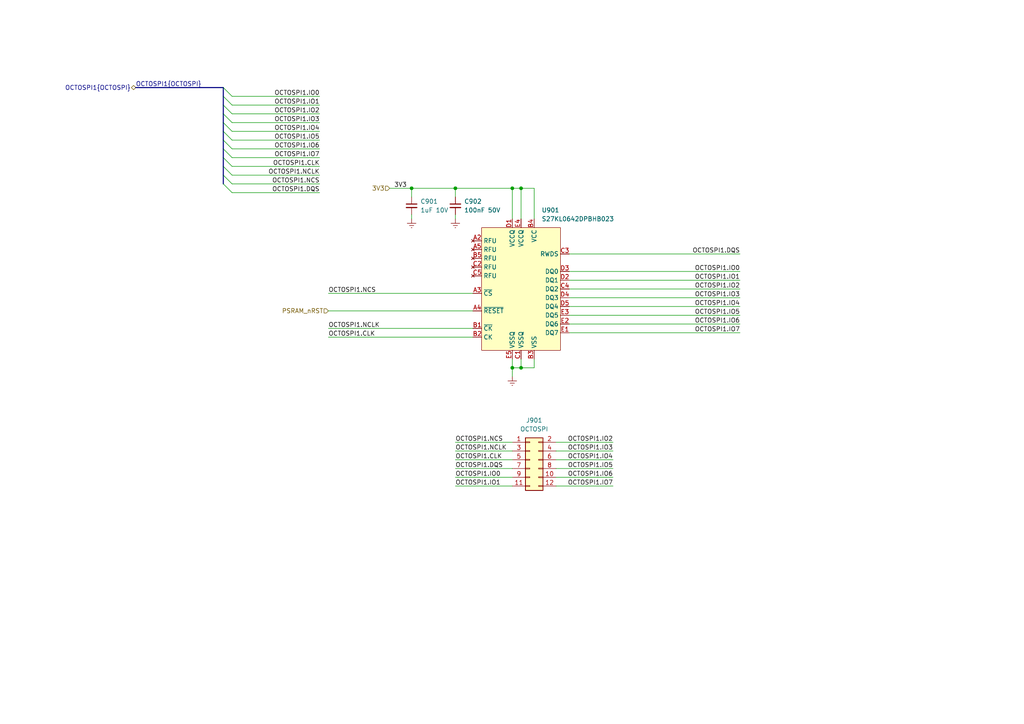
<source format=kicad_sch>
(kicad_sch (version 20250114) (generator "eeschema") (generator_version "9.0")
  (paper "A4")
  (lib_symbols
    (symbol "BR_Capacitors_0402:C_0402_100nF_50V_X7R_10%_AEC-Q200" (pin_numbers (hide yes)) (pin_names (offset 0.254) (hide yes))
      (property "Reference" "C" (at 1.016 1.778 0))
      (property "Value" "100nF 50V" (at 1.016 -1.778 0))
      (symbol "C_0402_100nF_50V_X7R_10%_AEC-Q200_0_1"
        (polyline (pts (xy -1.524 0.508) (xy 1.524 0.508)) (stroke (width 0.3048)))
        (polyline (pts (xy -1.524 -0.508) (xy 1.524 -0.508)) (stroke (width 0.3302)))
      )
      (symbol "C_0402_100nF_50V_X7R_10%_AEC-Q200_1_1"
        (pin passive line (at 0 2.54 270) (length 2.032) (name "~") (number "1"))
        (pin passive line (at 0 -2.54 90) (length 2.032) (name "~") (number "2"))
      )
    )
    (symbol "BR_Capacitors_0402:C_0402_1uF_10V_X7R_10%" (pin_numbers (hide yes)) (pin_names (offset 0.254) (hide yes))
      (property "Reference" "C" (at 1.016 1.778 0))
      (property "Value" "1uF 10V" (at 1.016 -1.778 0))
      (symbol "C_0402_1uF_10V_X7R_10%_0_1"
        (polyline (pts (xy -1.524 0.508) (xy 1.524 0.508)) (stroke (width 0.3048)))
        (polyline (pts (xy -1.524 -0.508) (xy 1.524 -0.508)) (stroke (width 0.3302)))
      )
      (symbol "C_0402_1uF_10V_X7R_10%_1_1"
        (pin passive line (at 0 2.54 270) (length 2.032) (name "~") (number "1"))
        (pin passive line (at 0 -2.54 90) (length 2.032) (name "~") (number "2"))
      )
    )
    (symbol "BR_Connectors_Header:Header_Pin_02x06_2.54mm_Vert_SMD" (pin_names (hide yes))
      (property "Reference" "J" (at 2.54 1.524 0))
      (property "Value" "LABEL" (at 2.54 -16.51 0))
      (symbol "Header_Pin_02x06_2.54mm_Vert_SMD_1_1"
        (rectangle (start 0 0) (end 5.08 -15.24) (stroke (width 0.254)) (fill (type background)))
        (rectangle (start 0 -1.143) (end 1.27 -1.397) (stroke (width 0.1524)))
        (rectangle (start 0 -3.683) (end 1.27 -3.937) (stroke (width 0.1524)))
        (rectangle (start 0 -6.223) (end 1.27 -6.477) (stroke (width 0.1524)))
        (rectangle (start 0 -8.763) (end 1.27 -9.017) (stroke (width 0.1524)))
        (rectangle (start 0 -11.303) (end 1.27 -11.557) (stroke (width 0.1524)))
        (rectangle (start 0 -13.843) (end 1.27 -14.097) (stroke (width 0.1524)))
        (rectangle (start 5.08 -1.143) (end 3.81 -1.397) (stroke (width 0.1524)))
        (rectangle (start 5.08 -3.683) (end 3.81 -3.937) (stroke (width 0.1524)))
        (rectangle (start 5.08 -6.223) (end 3.81 -6.477) (stroke (width 0.1524)))
        (rectangle (start 5.08 -8.763) (end 3.81 -9.017) (stroke (width 0.1524)))
        (rectangle (start 5.08 -11.303) (end 3.81 -11.557) (stroke (width 0.1524)))
        (rectangle (start 5.08 -14.097) (end 3.81 -13.843) (stroke (width 0.1524)))
        (pin passive line (at -3.81 -1.27 0) (length 3.81) (name "Pin_1") (number "1"))
        (pin passive line (at -3.81 -3.81 0) (length 3.81) (name "Pin_3") (number "3"))
        (pin passive line (at -3.81 -6.35 0) (length 3.81) (name "Pin_5") (number "5"))
        (pin passive line (at -3.81 -8.89 0) (length 3.81) (name "Pin_7") (number "7"))
        (pin passive line (at -3.81 -11.43 0) (length 3.81) (name "Pin_9") (number "9"))
        (pin passive line (at -3.81 -13.97 0) (length 3.81) (name "Pin_9") (number "11"))
        (pin passive line (at 8.89 -1.27 180) (length 3.81) (name "Pin_2") (number "2"))
        (pin passive line (at 8.89 -3.81 180) (length 3.81) (name "Pin_4") (number "4"))
        (pin passive line (at 8.89 -6.35 180) (length 3.81) (name "Pin_6") (number "6"))
        (pin passive line (at 8.89 -8.89 180) (length 3.81) (name "Pin_8") (number "8"))
        (pin passive line (at 8.89 -11.43 180) (length 3.81) (name "Pin_10") (number "10"))
        (pin passive line (at 8.89 -13.97 180) (length 3.81) (name "Pin_9") (number "12"))
      )
    )
    (symbol "BR_IC:S27KL0642DPBHB023"
      (property "Reference" "U" (at 6.604 19.05 0))
      (property "Value" "S27KL0642DPBHB023" (at 2.794 -19.304 0))
      (symbol "S27KL0642DPBHB023_0_1"
        (rectangle (start -11.43 17.78) (end 11.43 -17.78) (fill (type background)))
      )
      (symbol "S27KL0642DPBHB023_1_1"
        (pin no_connect line (at -13.97 13.97 0) (length 2.54) (name "RFU") (number "A2"))
        (pin no_connect line (at -13.97 11.43 0) (length 2.54) (name "RFU") (number "A5"))
        (pin no_connect line (at -13.97 8.89 0) (length 2.54) (name "RFU") (number "B5"))
        (pin no_connect line (at -13.97 6.35 0) (length 2.54) (name "RFU") (number "C2"))
        (pin no_connect line (at -13.97 3.81 0) (length 2.54) (name "RFU") (number "C5"))
        (pin input line (at -13.97 -1.27 0) (length 2.54) (name "~{CS}") (number "A3"))
        (pin input line (at -13.97 -6.35 0) (length 2.54) (name "~{RESET}") (number "A4"))
        (pin input line (at -13.97 -11.43 0) (length 2.54) (name "~{CK}") (number "B1"))
        (pin input line (at -13.97 -13.97 0) (length 2.54) (name "CK") (number "B2"))
        (pin power_in line (at -2.54 20.32 270) (length 2.54) (name "VCCQ") (number "D1"))
        (pin power_in line (at -2.54 -20.32 90) (length 2.54) (name "VSSQ") (number "E5"))
        (pin power_in line (at 0 20.32 270) (length 2.54) (name "VCCQ") (number "E4"))
        (pin power_in line (at 0 -20.32 90) (length 2.54) (name "VSSQ") (number "C1"))
        (pin power_in line (at 3.81 20.32 270) (length 2.54) (name "VCC") (number "B4"))
        (pin power_in line (at 3.81 -20.32 90) (length 2.54) (name "VSS") (number "B3"))
        (pin bidirectional line (at 13.97 10.16 180) (length 2.54) (name "RWDS") (number "C3"))
        (pin bidirectional line (at 13.97 5.08 180) (length 2.54) (name "DQ0") (number "D3"))
        (pin bidirectional line (at 13.97 2.54 180) (length 2.54) (name "DQ1") (number "D2"))
        (pin bidirectional line (at 13.97 0 180) (length 2.54) (name "DQ2") (number "C4"))
        (pin bidirectional line (at 13.97 -2.54 180) (length 2.54) (name "DQ3") (number "D4"))
        (pin bidirectional line (at 13.97 -5.08 180) (length 2.54) (name "DQ4") (number "D5"))
        (pin bidirectional line (at 13.97 -7.62 180) (length 2.54) (name "DQ5") (number "E3"))
        (pin bidirectional line (at 13.97 -10.16 180) (length 2.54) (name "DQ6") (number "E2"))
        (pin bidirectional line (at 13.97 -12.7 180) (length 2.54) (name "DQ7") (number "E1"))
      )
    )
    (symbol "BR_Virtual_Parts:GND" (power) (pin_numbers (hide yes)) (pin_names (offset 0) (hide yes))
      (property "Value" "GND" (at 0 -3.556 0))
      (symbol "GND_0_1"
        (polyline (pts (xy -0.635 -1.905) (xy 0.635 -1.905)))
        (polyline (pts (xy -0.127 -2.54) (xy 0.127 -2.54)))
        (polyline (pts (xy 0 -1.27) (xy 0 0)))
        (polyline (pts (xy 1.27 -1.27) (xy -1.27 -1.27)))
      )
      (symbol "GND_1_1"
        (pin power_in line (at 0 0 270) (length 0) (hide yes) (name "GNDREF") (number "1"))
      )
    )
  )
  (junction (at 148.59 54.61))
  (junction (at 148.59 106.68))
  (junction (at 132.08 54.61))
  (junction (at 151.13 54.61))
  (junction (at 119.38 54.61))
  (junction (at 151.13 106.68))
  (bus_entry (at 67.31 33.02) (size -2.54 -2.54))
  (bus_entry (at 67.31 40.64) (size -2.54 -2.54))
  (bus_entry (at 67.31 45.72) (size -2.54 -2.54))
  (bus_entry (at 67.31 38.1) (size -2.54 -2.54))
  (bus_entry (at 67.31 55.88) (size -2.54 -2.54))
  (bus_entry (at 67.31 53.34) (size -2.54 -2.54))
  (bus_entry (at 67.31 43.18) (size -2.54 -2.54))
  (bus_entry (at 67.31 35.56) (size -2.54 -2.54))
  (bus_entry (at 67.31 48.26) (size -2.54 -2.54))
  (bus_entry (at 67.31 27.94) (size -2.54 -2.54))
  (bus_entry (at 67.31 30.48) (size -2.54 -2.54))
  (bus_entry (at 67.31 50.8) (size -2.54 -2.54))
  (wire (pts (xy 132.08 130.81) (xy 148.59 130.81)))
  (wire (pts (xy 148.59 106.68) (xy 151.13 106.68)))
  (wire (pts (xy 95.25 85.09) (xy 137.16 85.09)))
  (wire (pts (xy 148.59 109.22) (xy 148.59 106.68)))
  (wire (pts (xy 67.31 45.72) (xy 92.71 45.72)))
  (wire (pts (xy 67.31 48.26) (xy 92.71 48.26)))
  (wire (pts (xy 67.31 27.94) (xy 92.71 27.94)))
  (wire (pts (xy 67.31 40.64) (xy 92.71 40.64)))
  (bus (pts (xy 64.77 48.26) (xy 64.77 50.8)))
  (wire (pts (xy 161.29 128.27) (xy 177.8 128.27)))
  (bus (pts (xy 64.77 40.64) (xy 64.77 43.18)))
  (bus (pts (xy 64.77 45.72) (xy 64.77 48.26)))
  (wire (pts (xy 161.29 135.89) (xy 177.8 135.89)))
  (wire (pts (xy 151.13 54.61) (xy 151.13 63.5)))
  (wire (pts (xy 148.59 106.68) (xy 148.59 104.14)))
  (bus (pts (xy 64.77 27.94) (xy 64.77 30.48)))
  (wire (pts (xy 67.31 43.18) (xy 92.71 43.18)))
  (wire (pts (xy 67.31 50.8) (xy 92.71 50.8)))
  (wire (pts (xy 119.38 62.23) (xy 119.38 63.5)))
  (bus (pts (xy 64.77 35.56) (xy 64.77 38.1)))
  (wire (pts (xy 132.08 128.27) (xy 148.59 128.27)))
  (wire (pts (xy 154.94 106.68) (xy 154.94 104.14)))
  (wire (pts (xy 151.13 106.68) (xy 154.94 106.68)))
  (bus (pts (xy 64.77 38.1) (xy 64.77 40.64)))
  (wire (pts (xy 132.08 133.35) (xy 148.59 133.35)))
  (wire (pts (xy 132.08 54.61) (xy 132.08 57.15)))
  (wire (pts (xy 165.1 86.36) (xy 214.63 86.36)))
  (wire (pts (xy 165.1 93.98) (xy 214.63 93.98)))
  (wire (pts (xy 67.31 35.56) (xy 92.71 35.56)))
  (wire (pts (xy 151.13 106.68) (xy 151.13 104.14)))
  (wire (pts (xy 154.94 63.5) (xy 154.94 54.61)))
  (wire (pts (xy 67.31 55.88) (xy 92.71 55.88)))
  (wire (pts (xy 113.03 54.61) (xy 119.38 54.61)))
  (wire (pts (xy 161.29 133.35) (xy 177.8 133.35)))
  (wire (pts (xy 165.1 91.44) (xy 214.63 91.44)))
  (wire (pts (xy 151.13 54.61) (xy 154.94 54.61)))
  (wire (pts (xy 95.25 90.17) (xy 137.16 90.17)))
  (wire (pts (xy 67.31 33.02) (xy 92.71 33.02)))
  (bus (pts (xy 64.77 33.02) (xy 64.77 35.56)))
  (wire (pts (xy 119.38 54.61) (xy 119.38 57.15)))
  (wire (pts (xy 67.31 53.34) (xy 92.71 53.34)))
  (wire (pts (xy 132.08 140.97) (xy 148.59 140.97)))
  (wire (pts (xy 165.1 78.74) (xy 214.63 78.74)))
  (wire (pts (xy 148.59 54.61) (xy 148.59 63.5)))
  (wire (pts (xy 119.38 54.61) (xy 132.08 54.61)))
  (bus (pts (xy 64.77 25.4) (xy 64.77 27.94)))
  (bus (pts (xy 64.77 25.4) (xy 39.37 25.4)))
  (wire (pts (xy 165.1 96.52) (xy 214.63 96.52)))
  (wire (pts (xy 95.25 95.25) (xy 137.16 95.25)))
  (wire (pts (xy 132.08 138.43) (xy 148.59 138.43)))
  (wire (pts (xy 132.08 62.23) (xy 132.08 63.5)))
  (wire (pts (xy 67.31 38.1) (xy 92.71 38.1)))
  (wire (pts (xy 165.1 83.82) (xy 214.63 83.82)))
  (wire (pts (xy 165.1 81.28) (xy 214.63 81.28)))
  (bus (pts (xy 64.77 50.8) (xy 64.77 53.34)))
  (wire (pts (xy 165.1 73.66) (xy 214.63 73.66)))
  (bus (pts (xy 64.77 43.18) (xy 64.77 45.72)))
  (wire (pts (xy 132.08 54.61) (xy 148.59 54.61)))
  (bus (pts (xy 64.77 30.48) (xy 64.77 33.02)))
  (wire (pts (xy 132.08 135.89) (xy 148.59 135.89)))
  (wire (pts (xy 161.29 130.81) (xy 177.8 130.81)))
  (wire (pts (xy 67.31 30.48) (xy 92.71 30.48)))
  (wire (pts (xy 161.29 138.43) (xy 177.8 138.43)))
  (wire (pts (xy 148.59 54.61) (xy 151.13 54.61)))
  (wire (pts (xy 165.1 88.9) (xy 214.63 88.9)))
  (wire (pts (xy 95.25 97.79) (xy 137.16 97.79)))
  (wire (pts (xy 161.29 140.97) (xy 177.8 140.97)))
  (label "OCTOSPI1.CLK" (at 132.08 133.35 0))
  (label "OCTOSPI1.IO5" (at 177.8 135.89 180))
  (label "OCTOSPI1.DQS" (at 132.08 135.89 0))
  (label "OCTOSPI1.IO2" (at 92.71 33.02 180))
  (label "OCTOSPI1{OCTOSPI}" (at 39.37 25.4 0))
  (label "OCTOSPI1.IO7" (at 214.63 96.52 180))
  (label "OCTOSPI1.IO2" (at 214.63 83.82 180))
  (label "OCTOSPI1.NCLK" (at 132.08 130.81 0))
  (label "OCTOSPI1.IO3" (at 214.63 86.36 180))
  (label "OCTOSPI1.IO6" (at 214.63 93.98 180))
  (label "3V3" (at 114.3 54.61 0))
  (label "OCTOSPI1.CLK" (at 92.71 48.26 180))
  (label "OCTOSPI1.NCLK" (at 92.71 50.8 180))
  (label "OCTOSPI1.IO5" (at 214.63 91.44 180))
  (label "OCTOSPI1.IO3" (at 92.71 35.56 180))
  (label "OCTOSPI1.IO6" (at 92.71 43.18 180))
  (label "OCTOSPI1.IO4" (at 92.71 38.1 180))
  (label "OCTOSPI1.CLK" (at 95.25 97.79 0))
  (label "OCTOSPI1.IO5" (at 92.71 40.64 180))
  (label "OCTOSPI1.NCS" (at 132.08 128.27 0))
  (label "OCTOSPI1.DQS" (at 214.63 73.66 180))
  (label "OCTOSPI1.IO1" (at 214.63 81.28 180))
  (label "OCTOSPI1.IO6" (at 177.8 138.43 180))
  (label "OCTOSPI1.NCLK" (at 95.25 95.25 0))
  (label "OCTOSPI1.IO1" (at 132.08 140.97 0))
  (label "OCTOSPI1.IO4" (at 177.8 133.35 180))
  (label "OCTOSPI1.IO7" (at 177.8 140.97 180))
  (label "OCTOSPI1.NCS" (at 92.71 53.34 180))
  (label "OCTOSPI1.IO2" (at 177.8 128.27 180))
  (label "OCTOSPI1.IO0" (at 92.71 27.94 180))
  (label "OCTOSPI1.IO7" (at 92.71 45.72 180))
  (label "OCTOSPI1.IO3" (at 177.8 130.81 180))
  (label "OCTOSPI1.IO0" (at 214.63 78.74 180))
  (label "OCTOSPI1.NCS" (at 95.25 85.09 0))
  (label "OCTOSPI1.IO1" (at 92.71 30.48 180))
  (label "OCTOSPI1.DQS" (at 92.71 55.88 180))
  (label "OCTOSPI1.IO0" (at 132.08 138.43 0))
  (label "OCTOSPI1.IO4" (at 214.63 88.9 180))
  (hierarchical_label "PSRAM_nRST" (shape input) (at 95.25 90.17 180))
  (hierarchical_label "OCTOSPI1{OCTOSPI}" (shape bidirectional) (at 39.37 25.4 180))
  (hierarchical_label "3V3" (shape input) (at 113.03 54.61 180))
  (symbol (lib_id "BR_Virtual_Parts:GND") (at 148.59 109.22 0) (unit 1)
    (property "Reference" "#PWR0903" (effects (hide yes)))
    (property "Value" "GND" (effects (hide yes)))
  )
  (symbol (lib_id "BR_IC:S27KL0642DPBHB023") (at 151.13 83.82 0) (unit 1)
    (property "Reference" "U901" (at 157.0833 60.96 0) (effects (justify left)))
    (property "Value" "S27KL0642DPBHB023" (at 157.0833 63.5 0) (effects (justify left)))
    (property "Footprint" "BR_IC:BGA-24_6x8mm_Layout5x5_P1.0mm" (effects (hide yes)))
    (property "Datasheet" "https://www.infineon.com/assets/row/public/documents/10/49/infineon-s27kl0642-s27ks0642-3.0-v-1.8-v-64-mb-8-mb-hyperram-self-refresh-dram-datasheet-en.pdf?fileId=8ac78c8c7d0d8da4017d0ee8a1c47164" (effects (hide yes)))
    (property "Description" "PSRAM (Pseudo SRAM) Memory IC 64Mbit HyperBus 166 MHz 36 ns 24-FBGA (6x8)" (effects (hide yes)))
    (property "Manufacturer" "Infineon Technologies" (effects (hide yes)))
    (property "Manufacturer Part Num" "S27KL0642DPBHB023" (effects (hide yes)))
    (property "BRE Number" " BRE-001273" (effects (hide yes)))
    (property "LCSC Part" "C5157921" (effects (hide yes)))
    (property "JLCPCB Part Num" "C5157921" (effects (hide yes)))
  )
  (symbol (lib_id "BR_Capacitors_0402:C_0402_1uF_10V_X7R_10%") (at 119.38 59.69 0) (unit 1)
    (property "Reference" "C901" (at 121.92 58.4262 0) (effects (justify left)))
    (property "Value" "1uF 10V" (at 121.92 60.9662 0) (effects (justify left)))
    (property "Footprint" "BR_Passives:C_0402_1005Metric-minimized" (effects (hide yes)))
    (property "Datasheet" "https://search.murata.co.jp/Ceramy/image/img/A01X/G101/ENG/GRM155Z71A105KE01-01.pdf" (effects (hide yes)))
    (property "Description" "1uF 10V X7R 10% Ceramic Capacitor 0402" (effects (hide yes)))
    (property "Manufacturer" "Murata Electronics" (effects (hide yes)))
    (property "Manufacturer Part Num" "GRM155Z71A105KE01D" (effects (hide yes)))
    (property "BRE Number" "BRE-000019" (effects (hide yes)))
    (property "Supplier 1" "DigiKey" (effects (hide yes)))
    (property "Supplier Part Num 1" "490-GRM155Z71A105KE01DDKR-ND" (effects (hide yes)))
    (property "Supplier 2" "Mouser" (effects (hide yes)))
    (property "Supplier Part Num 2" "81-GRM155Z71A105KE1D" (effects (hide yes)))
    (property "Supplier 3" "JLCPCB" (effects (hide yes)))
    (property "Supplier Part Num 3" "C528974" (effects (hide yes)))
    (property "JLCPCB Part Num" "C528974" (effects (hide yes)))
  )
  (symbol (lib_id "BR_Virtual_Parts:GND") (at 119.38 63.5 0) (unit 1)
    (property "Reference" "#PWR0901" (effects (hide yes)))
    (property "Value" "GND" (effects (hide yes)))
  )
  (symbol (lib_id "BR_Capacitors_0402:C_0402_100nF_50V_X7R_10%_AEC-Q200") (at 132.08 59.69 0) (unit 1)
    (property "Reference" "C902" (at 134.62 58.4262 0) (effects (justify left)))
    (property "Value" "100nF 50V" (at 134.62 60.9662 0) (effects (justify left)))
    (property "Footprint" "BR_Passives:C_0402_1005Metric-minimized" (effects (hide yes)))
    (property "Datasheet" "https://search.murata.co.jp/Ceramy/image/img/A01X/G101/ENG/GCM155R71H104KE02-01.pdf" (effects (hide yes)))
    (property "Description" "100nF 50V X7R 10% Ceramic Capacitor 0402 AEC-Q200" (effects (hide yes)))
    (property "Manufacturer" "Murata Electronics" (effects (hide yes)))
    (property "Manufacturer Part Num" "GCM155R71H104KE02D" (effects (hide yes)))
    (property "BRE Number" "BRE-000010" (effects (hide yes)))
    (property "Supplier 1" "DigiKey" (effects (hide yes)))
    (property "Supplier Part Num 1" "490-10672-2-ND" (effects (hide yes)))
    (property "Supplier 2" "Mouser" (effects (hide yes)))
    (property "Supplier Part Num 2" "81-GCM155R71H104KE2D" (effects (hide yes)))
    (property "Supplier 3" "JLCPCB" (effects (hide yes)))
    (property "Supplier Part Num 3" "C85858" (effects (hide yes)))
    (property "JLCPCB Part Num" "C85858" (effects (hide yes)))
  )
  (symbol (lib_id "BR_Connectors_Header:Header_Pin_02x06_2.54mm_Vert_SMD") (at 152.4 127 0) (unit 1)
    (property "Reference" "J901" (at 154.94 121.92 0))
    (property "Value" "OCTOSPI" (at 154.94 124.46 0))
    (property "Footprint" "BR_Connectors:PinHeader_2x06_P2.54mm_Vertical_SMD" (effects (hide yes)))
    (property "Datasheet" "https://jlcpcb.com/api/file/downloadByFileSystemAccessId/8589837965481979904" (effects (hide yes)))
    (property "Description" "Header Pin Connector 02x06 2.54mm Vertical SMD" (effects (hide yes)))
    (property "Manufacturer" "HCTL" (effects (hide yes)))
    (property "Manufacturer Part Num" "PZ254-2-06-S" (effects (hide yes)))
    (property "BRE Number" "BRE-001275" (effects (hide yes)))
    (property "Supplier 1" "DigiKey" (effects (hide yes)))
    (property "Supplier 2" "Mouser" (effects (hide yes)))
    (property "Supplier 3" "JLCPCB" (effects (hide yes)))
    (property "Supplier Part Num 3" "C3294464" (effects (hide yes)))
    (property "JLCPCB Part Num" "C3294464" (effects (hide yes)))
  )
  (symbol (lib_id "BR_Virtual_Parts:GND") (at 132.08 63.5 0) (unit 1)
    (property "Reference" "#PWR0902" (effects (hide yes)))
    (property "Value" "GND" (effects (hide yes)))
  )
)
</source>
